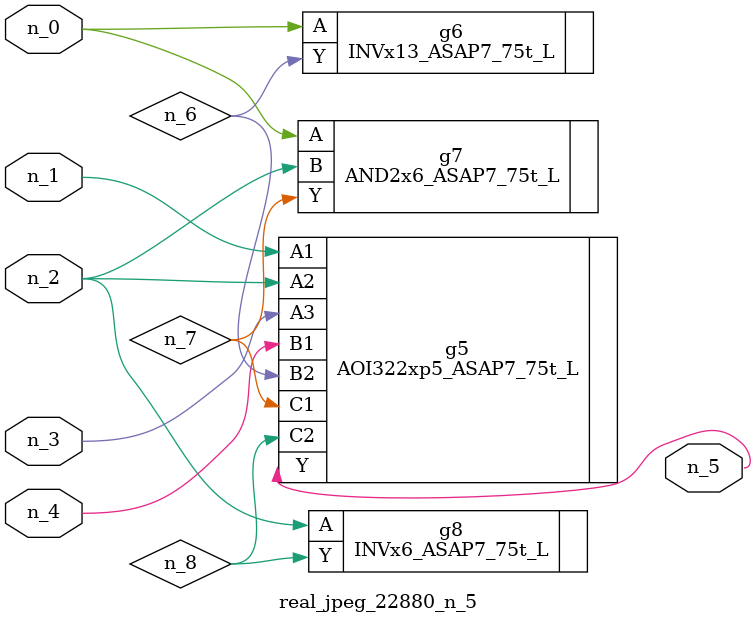
<source format=v>
module real_jpeg_22880_n_5 (n_4, n_0, n_1, n_2, n_3, n_5);

input n_4;
input n_0;
input n_1;
input n_2;
input n_3;

output n_5;

wire n_8;
wire n_6;
wire n_7;

INVx13_ASAP7_75t_L g6 ( 
.A(n_0),
.Y(n_6)
);

AND2x6_ASAP7_75t_L g7 ( 
.A(n_0),
.B(n_2),
.Y(n_7)
);

AOI322xp5_ASAP7_75t_L g5 ( 
.A1(n_1),
.A2(n_2),
.A3(n_3),
.B1(n_4),
.B2(n_6),
.C1(n_7),
.C2(n_8),
.Y(n_5)
);

INVx6_ASAP7_75t_L g8 ( 
.A(n_2),
.Y(n_8)
);


endmodule
</source>
